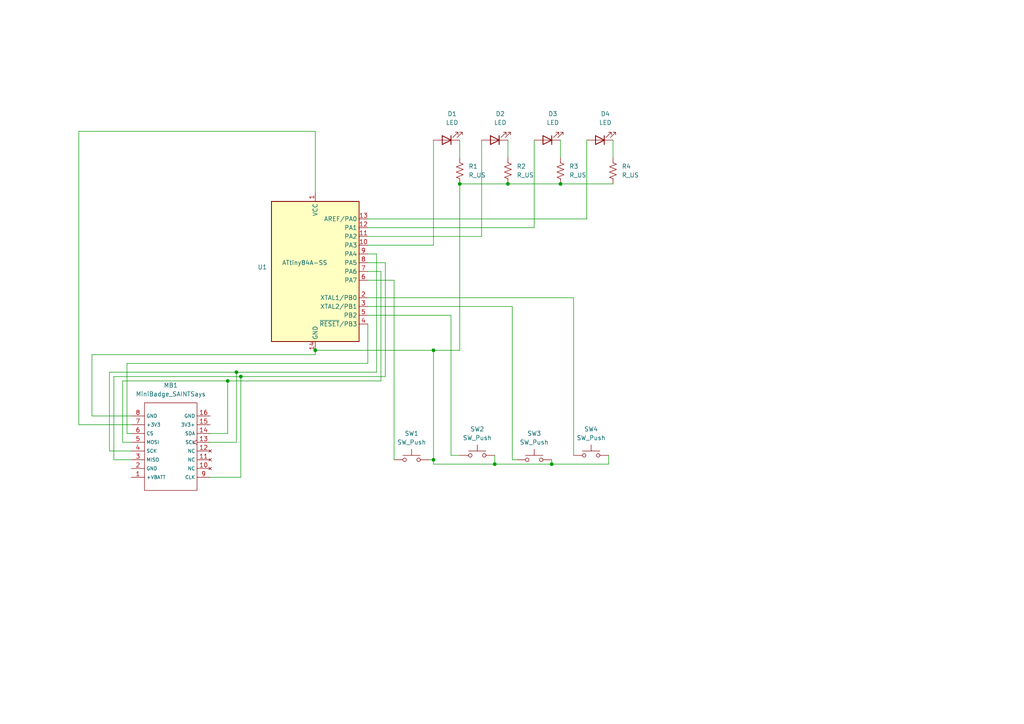
<source format=kicad_sch>
(kicad_sch (version 20231120) (generator "eeschema") (generator_version "8.0")
  (paper "A4")
  (lib_symbols
    (symbol "Device:LED" (pin_numbers hide) (pin_names (offset 1.016) hide)
      (property "Reference" "D" (at 0 2.54 0))
      (property "Value" "LED" (at 0 -2.54 0))
      (symbol "LED_0_1"
        (polyline (pts (xy -1.27 -1.27) (xy -1.27 1.27)) (stroke (width 0.254)))
        (polyline (pts (xy -1.27 0) (xy 1.27 0)))
        (polyline (pts (xy 1.27 -1.27) (xy 1.27 1.27) (xy -1.27 0) (xy 1.27 -1.27)) (stroke (width 0.254)))
        (polyline (pts (xy -3.048 -0.762) (xy -4.572 -2.286) (xy -3.81 -2.286) (xy -4.572 -2.286) (xy -4.572 -1.524)))
        (polyline (pts (xy -1.778 -0.762) (xy -3.302 -2.286) (xy -2.54 -2.286) (xy -3.302 -2.286) (xy -3.302 -1.524)))
      )
      (symbol "LED_1_1"
        (pin passive line (at -3.81 0 0) (length 2.54) (name "K") (number "1"))
        (pin passive line (at 3.81 0 180) (length 2.54) (name "A") (number "2"))
      )
    )
    (symbol "Device:R_US" (pin_numbers hide) (pin_names (offset 0))
      (property "Reference" "R" (at 2.54 0 90))
      (property "Value" "R_US" (at -2.54 0 90))
      (symbol "R_US_0_1"
        (polyline (pts (xy 0 -2.286) (xy 0 -2.54)))
        (polyline (pts (xy 0 2.286) (xy 0 2.54)))
        (polyline (pts (xy 0 -0.762) (xy 1.016 -1.143) (xy 0 -1.524) (xy -1.016 -1.905) (xy 0 -2.286)))
        (polyline (pts (xy 0 0.762) (xy 1.016 0.381) (xy 0 0) (xy -1.016 -0.381) (xy 0 -0.762)))
        (polyline (pts (xy 0 2.286) (xy 1.016 1.905) (xy 0 1.524) (xy -1.016 1.143) (xy 0 0.762)))
      )
      (symbol "R_US_1_1"
        (pin passive line (at 0 3.81 270) (length 1.27) (name "~") (number "1"))
        (pin passive line (at 0 -3.81 90) (length 1.27) (name "~") (number "2"))
      )
    )
    (symbol "MCU_Microchip_ATtiny:ATtiny84A-SS"
      (property "Reference" "U" (at -12.7 21.59 0))
      (property "Value" "ATtiny84A-SS" (at 2.54 -21.59 0))
      (symbol "ATtiny84A-SS_0_1"
        (rectangle (start -12.7 -20.32) (end 12.7 20.32) (stroke (width 0.254)) (fill (type background)))
      )
      (symbol "ATtiny84A-SS_1_1"
        (pin power_in line (at 0 22.86 270) (length 2.54) (name "VCC") (number "1"))
        (pin bidirectional line (at 15.24 7.62 180) (length 2.54) (name "PA3") (number "10"))
        (pin bidirectional line (at 15.24 10.16 180) (length 2.54) (name "PA2") (number "11"))
        (pin bidirectional line (at 15.24 12.7 180) (length 2.54) (name "PA1") (number "12"))
        (pin bidirectional line (at 15.24 15.24 180) (length 2.54) (name "AREF/PA0") (number "13"))
        (pin power_in line (at 0 -22.86 90) (length 2.54) (name "GND") (number "14"))
        (pin bidirectional line (at 15.24 -7.62 180) (length 2.54) (name "XTAL1/PB0") (number "2"))
        (pin bidirectional line (at 15.24 -10.16 180) (length 2.54) (name "XTAL2/PB1") (number "3"))
        (pin bidirectional line (at 15.24 -15.24 180) (length 2.54) (name "~{RESET}/PB3") (number "4"))
        (pin bidirectional line (at 15.24 -12.7 180) (length 2.54) (name "PB2") (number "5"))
        (pin bidirectional line (at 15.24 -2.54 180) (length 2.54) (name "PA7") (number "6"))
        (pin bidirectional line (at 15.24 0 180) (length 2.54) (name "PA6") (number "7"))
        (pin bidirectional line (at 15.24 2.54 180) (length 2.54) (name "PA5") (number "8"))
        (pin bidirectional line (at 15.24 5.08 180) (length 2.54) (name "PA4") (number "9"))
      )
    )
    (symbol "MiniBadge:MiniBadge_Full"
      (property "Reference" "MB" (at 8.89 0 0))
      (property "Value" "MiniBadge_Full" (at -10.16 0 0))
      (symbol "MiniBadge_Full_0_1"
        (rectangle (start -12.7 7.62) (end 12.7 -7.62))
      )
      (symbol "MiniBadge_Full_1_1"
        (pin power_out line (at -8.89 11.43 270) (length 3.81) (name "+VBATT") (number "1"))
        (pin no_connect line (at -6.35 -11.43 90) (length 3.81) (name "NC") (number "10"))
        (pin no_connect line (at -3.81 -11.43 90) (length 3.81) (name "NC") (number "11"))
        (pin no_connect line (at -1.27 -11.43 90) (length 3.81) (name "NC") (number "12"))
        (pin bidirectional clock (at 1.27 -11.43 90) (length 3.81) (name "SCL") (number "13"))
        (pin output line (at 3.81 -11.43 90) (length 3.81) (name "SDA") (number "14"))
        (pin power_out line (at 6.35 -11.43 90) (length 3.81) (name "3V3+") (number "15"))
        (pin power_out line (at 8.89 -11.43 90) (length 3.81) (name "GND") (number "16"))
        (pin power_out line (at -6.35 11.43 270) (length 3.81) (name "GND") (number "2"))
        (pin bidirectional line (at -3.81 11.43 270) (length 3.81) (name "MISO") (number "3"))
        (pin bidirectional line (at -1.27 11.43 270) (length 3.81) (name "SCK") (number "4"))
        (pin bidirectional line (at 1.27 11.43 270) (length 3.81) (name "MOSI") (number "5"))
        (pin bidirectional line (at 3.81 11.43 270) (length 3.81) (name "CS") (number "6"))
        (pin power_out line (at 6.35 11.43 270) (length 3.81) (name "+3V3") (number "7"))
        (pin power_out line (at 8.89 11.43 270) (length 3.81) (name "GND") (number "8"))
        (pin output line (at -8.89 -11.43 90) (length 3.81) (name "CLK") (number "9"))
      )
    )
    (symbol "Switch:SW_Push" (pin_numbers hide) (pin_names (offset 1.016) hide)
      (property "Reference" "SW" (at 1.27 2.54 0))
      (property "Value" "SW_Push" (at 0 -1.524 0))
      (symbol "SW_Push_0_1"
        (circle (center -2.032 0) (radius 0.508))
        (polyline (pts (xy 0 1.27) (xy 0 3.048)))
        (polyline (pts (xy 2.54 1.27) (xy -2.54 1.27)))
        (circle (center 2.032 0) (radius 0.508))
        (pin passive line (at -5.08 0 0) (length 2.54) (name "1") (number "1"))
        (pin passive line (at 5.08 0 180) (length 2.54) (name "2") (number "2"))
      )
    )
  )
  (junction (at 160.02 134.62))
  (junction (at 133.35 53.34))
  (junction (at 125.73 133.35))
  (junction (at 162.56 53.34))
  (junction (at 125.73 101.6))
  (junction (at 69.85 109.22))
  (junction (at 66.04 110.49))
  (junction (at 68.58 107.95))
  (junction (at 147.32 53.34))
  (junction (at 91.44 101.6))
  (junction (at 143.51 134.62))
  (wire (pts (xy 69.85 138.43) (xy 60.96 138.43)))
  (wire (pts (xy 66.04 125.73) (xy 60.96 125.73)))
  (wire (pts (xy 36.83 105.41) (xy 36.83 125.73)))
  (wire (pts (xy 130.81 91.44) (xy 106.68 91.44)))
  (wire (pts (xy 110.49 78.74) (xy 110.49 110.49)))
  (wire (pts (xy 33.02 133.35) (xy 38.1 133.35)))
  (wire (pts (xy 139.7 40.64) (xy 139.7 68.58)))
  (wire (pts (xy 130.81 91.44) (xy 130.81 132.08)))
  (wire (pts (xy 68.58 107.95) (xy 31.75 107.95)))
  (wire (pts (xy 125.73 40.64) (xy 125.73 71.12)))
  (wire (pts (xy 162.56 40.64) (xy 162.56 45.72)))
  (wire (pts (xy 133.35 101.6) (xy 125.73 101.6)))
  (wire (pts (xy 148.59 88.9) (xy 148.59 133.35)))
  (wire (pts (xy 160.02 133.35) (xy 160.02 134.62)))
  (wire (pts (xy 91.44 101.6) (xy 125.73 101.6)))
  (wire (pts (xy 133.35 40.64) (xy 133.35 45.72)))
  (wire (pts (xy 154.94 40.64) (xy 154.94 66.04)))
  (wire (pts (xy 109.22 73.66) (xy 106.68 73.66)))
  (wire (pts (xy 176.53 134.62) (xy 160.02 134.62)))
  (wire (pts (xy 68.58 128.27) (xy 60.96 128.27)))
  (wire (pts (xy 110.49 110.49) (xy 66.04 110.49)))
  (wire (pts (xy 147.32 40.64) (xy 147.32 45.72)))
  (wire (pts (xy 124.46 133.35) (xy 125.73 133.35)))
  (wire (pts (xy 170.18 63.5) (xy 106.68 63.5)))
  (wire (pts (xy 91.44 38.1) (xy 91.44 55.88)))
  (wire (pts (xy 110.49 78.74) (xy 106.68 78.74)))
  (wire (pts (xy 66.04 110.49) (xy 66.04 125.73)))
  (wire (pts (xy 166.37 132.08) (xy 166.37 86.36)))
  (wire (pts (xy 69.85 109.22) (xy 69.85 138.43)))
  (wire (pts (xy 125.73 101.6) (xy 125.73 133.35)))
  (wire (pts (xy 106.68 76.2) (xy 111.76 76.2)))
  (wire (pts (xy 106.68 93.98) (xy 106.68 105.41)))
  (wire (pts (xy 148.59 133.35) (xy 149.86 133.35)))
  (wire (pts (xy 26.67 102.87) (xy 91.44 102.87)))
  (wire (pts (xy 69.85 109.22) (xy 33.02 109.22)))
  (wire (pts (xy 143.51 132.08) (xy 143.51 134.62)))
  (wire (pts (xy 177.8 40.64) (xy 177.8 45.72)))
  (wire (pts (xy 125.73 71.12) (xy 106.68 71.12)))
  (wire (pts (xy 36.83 125.73) (xy 38.1 125.73)))
  (wire (pts (xy 109.22 73.66) (xy 109.22 107.95)))
  (wire (pts (xy 143.51 134.62) (xy 160.02 134.62)))
  (wire (pts (xy 166.37 86.36) (xy 106.68 86.36)))
  (wire (pts (xy 109.22 107.95) (xy 68.58 107.95)))
  (wire (pts (xy 22.86 38.1) (xy 22.86 123.19)))
  (wire (pts (xy 114.3 81.28) (xy 106.68 81.28)))
  (wire (pts (xy 139.7 68.58) (xy 106.68 68.58)))
  (wire (pts (xy 133.35 132.08) (xy 130.81 132.08)))
  (wire (pts (xy 38.1 128.27) (xy 35.56 128.27)))
  (wire (pts (xy 26.67 102.87) (xy 26.67 120.65)))
  (wire (pts (xy 170.18 40.64) (xy 170.18 63.5)))
  (wire (pts (xy 66.04 110.49) (xy 35.56 110.49)))
  (wire (pts (xy 176.53 132.08) (xy 176.53 134.62)))
  (wire (pts (xy 111.76 76.2) (xy 111.76 109.22)))
  (wire (pts (xy 148.59 88.9) (xy 106.68 88.9)))
  (wire (pts (xy 106.68 105.41) (xy 36.83 105.41)))
  (wire (pts (xy 162.56 53.34) (xy 177.8 53.34)))
  (wire (pts (xy 22.86 38.1) (xy 91.44 38.1)))
  (wire (pts (xy 68.58 107.95) (xy 68.58 128.27)))
  (wire (pts (xy 125.73 134.62) (xy 143.51 134.62)))
  (wire (pts (xy 35.56 110.49) (xy 35.56 128.27)))
  (wire (pts (xy 22.86 123.19) (xy 38.1 123.19)))
  (wire (pts (xy 133.35 101.6) (xy 133.35 53.34)))
  (wire (pts (xy 26.67 120.65) (xy 38.1 120.65)))
  (wire (pts (xy 91.44 102.87) (xy 91.44 101.6)))
  (wire (pts (xy 114.3 133.35) (xy 114.3 81.28)))
  (wire (pts (xy 147.32 53.34) (xy 162.56 53.34)))
  (wire (pts (xy 31.75 130.81) (xy 38.1 130.81)))
  (wire (pts (xy 125.73 133.35) (xy 125.73 134.62)))
  (wire (pts (xy 154.94 66.04) (xy 106.68 66.04)))
  (wire (pts (xy 111.76 109.22) (xy 69.85 109.22)))
  (wire (pts (xy 133.35 53.34) (xy 147.32 53.34)))
  (wire (pts (xy 33.02 109.22) (xy 33.02 133.35)))
  (wire (pts (xy 31.75 107.95) (xy 31.75 130.81)))
  (symbol (lib_id "MiniBadge:MiniBadge_Full") (at 49.53 129.54 90) (unit 1)
    (property "Reference" "MB1" (at 49.53 111.76 90))
    (property "Value" "MiniBadge_SAINTSays" (at 49.53 114.3 90))
    (property "Footprint" "MiniBadge:MiniBadge_Full" (effects (hide yes)))
  )
  (symbol (lib_id "Device:R_US") (at 177.8 49.53 0) (unit 1)
    (property "Reference" "R4" (at 180.34 48.2599 0) (effects (justify left)))
    (property "Value" "R_US" (at 180.34 50.7999 0) (effects (justify left)))
    (property "Footprint" "Resistor_SMD:R_1206_3216Metric_Pad1.30x1.75mm_HandSolder" (effects (hide yes)))
    (property "Description" "Resistor, US symbol" (effects (hide yes)))
  )
  (symbol (lib_id "Switch:SW_Push") (at 138.43 132.08 0) (unit 1)
    (property "Reference" "SW2" (at 138.43 124.46 0))
    (property "Value" "SW_Push" (at 138.43 127 0))
    (property "Footprint" "Custom:SW_SPST_3x3-L" (effects (hide yes)))
    (property "Description" "Push button switch, generic, two pins" (effects (hide yes)))
  )
  (symbol (lib_id "Device:R_US") (at 147.32 49.53 0) (unit 1)
    (property "Reference" "R2" (at 149.86 48.2599 0) (effects (justify left)))
    (property "Value" "R_US" (at 149.86 50.7999 0) (effects (justify left)))
    (property "Footprint" "Resistor_SMD:R_1206_3216Metric_Pad1.30x1.75mm_HandSolder" (effects (hide yes)))
    (property "Description" "Resistor, US symbol" (effects (hide yes)))
  )
  (symbol (lib_id "Switch:SW_Push") (at 171.45 132.08 0) (unit 1)
    (property "Reference" "SW4" (at 171.45 124.46 0))
    (property "Value" "SW_Push" (at 171.45 127 0))
    (property "Footprint" "Custom:SW_SPST_3x3-L" (effects (hide yes)))
    (property "Description" "Push button switch, generic, two pins" (effects (hide yes)))
  )
  (symbol (lib_id "Device:LED") (at 143.51 40.64 180) (unit 1)
    (property "Reference" "D2" (at 145.0975 33.02 0))
    (property "Value" "LED" (at 145.0975 35.56 0))
    (property "Footprint" "LED_SMD:LED_1206_3216Metric_Pad1.42x1.75mm_HandSolder" (effects (hide yes)))
    (property "Description" "Light emitting diode" (effects (hide yes)))
  )
  (symbol (lib_id "Switch:SW_Push") (at 119.38 133.35 0) (unit 1)
    (property "Reference" "SW1" (at 119.38 125.73 0))
    (property "Value" "SW_Push" (at 119.38 128.27 0))
    (property "Footprint" "Custom:SW_SPST_3x3-L" (effects (hide yes)))
    (property "Description" "Push button switch, generic, two pins" (effects (hide yes)))
  )
  (symbol (lib_id "MCU_Microchip_ATtiny:ATtiny84A-SS") (at 91.44 78.74 0) (unit 1)
    (property "Reference" "U1" (at 77.47 77.4699 0) (effects (justify right)))
    (property "Value" "ATtiny84A-SS" (at 94.996 76.2 0) (effects (justify right)))
    (property "Footprint" "Package_SO:SOIC-14_3.9x8.7mm_P1.27mm" (effects (hide yes)))
    (property "Datasheet" "http://ww1.microchip.com/downloads/en/DeviceDoc/doc8183.pdf" (effects (hide yes)))
    (property "Description" "20MHz, 8kB Flash, 512B SRAM, 512B EEPROM, debugWIRE, SOIC-14" (effects (hide yes)))
  )
  (symbol (lib_id "Switch:SW_Push") (at 154.94 133.35 0) (unit 1)
    (property "Reference" "SW3" (at 154.94 125.73 0))
    (property "Value" "SW_Push" (at 154.94 128.27 0))
    (property "Footprint" "Custom:SW_SPST_3x3-L" (effects (hide yes)))
    (property "Description" "Push button switch, generic, two pins" (effects (hide yes)))
  )
  (symbol (lib_id "Device:R_US") (at 133.35 49.53 0) (unit 1)
    (property "Reference" "R1" (at 135.89 48.2599 0) (effects (justify left)))
    (property "Value" "R_US" (at 135.89 50.7999 0) (effects (justify left)))
    (property "Footprint" "Resistor_SMD:R_1206_3216Metric_Pad1.30x1.75mm_HandSolder" (effects (hide yes)))
    (property "Description" "Resistor, US symbol" (effects (hide yes)))
  )
  (symbol (lib_id "Device:R_US") (at 162.56 49.53 0) (unit 1)
    (property "Reference" "R3" (at 165.1 48.2599 0) (effects (justify left)))
    (property "Value" "R_US" (at 165.1 50.7999 0) (effects (justify left)))
    (property "Footprint" "Resistor_SMD:R_1206_3216Metric_Pad1.30x1.75mm_HandSolder" (effects (hide yes)))
    (property "Description" "Resistor, US symbol" (effects (hide yes)))
  )
  (symbol (lib_id "Device:LED") (at 129.54 40.64 180) (unit 1)
    (property "Reference" "D1" (at 131.1275 33.02 0))
    (property "Value" "LED" (at 131.1275 35.56 0))
    (property "Footprint" "LED_SMD:LED_1206_3216Metric_Pad1.42x1.75mm_HandSolder" (effects (hide yes)))
    (property "Description" "Light emitting diode" (effects (hide yes)))
  )
  (symbol (lib_id "Device:LED") (at 173.99 40.64 180) (unit 1)
    (property "Reference" "D4" (at 175.5775 33.02 0))
    (property "Value" "LED" (at 175.5775 35.56 0))
    (property "Footprint" "LED_SMD:LED_1206_3216Metric_Pad1.42x1.75mm_HandSolder" (effects (hide yes)))
    (property "Description" "Light emitting diode" (effects (hide yes)))
  )
  (symbol (lib_id "Device:LED") (at 158.75 40.64 180) (unit 1)
    (property "Reference" "D3" (at 160.3375 33.02 0))
    (property "Value" "LED" (at 160.3375 35.56 0))
    (property "Footprint" "LED_SMD:LED_1206_3216Metric_Pad1.42x1.75mm_HandSolder" (effects (hide yes)))
    (property "Description" "Light emitting diode" (effects (hide yes)))
  )
)
</source>
